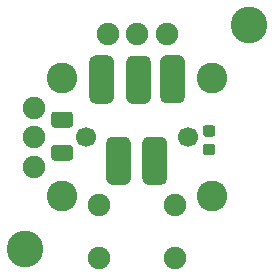
<source format=gts>
G04 #@! TF.GenerationSoftware,KiCad,Pcbnew,(5.1.6)-1*
G04 #@! TF.CreationDate,2020-06-09T11:49:25-04:00*
G04 #@! TF.ProjectId,ANALOG_STICK_BREAKOUT,414e414c-4f47-45f5-9354-49434b5f4252,rev?*
G04 #@! TF.SameCoordinates,Original*
G04 #@! TF.FileFunction,Soldermask,Top*
G04 #@! TF.FilePolarity,Negative*
%FSLAX46Y46*%
G04 Gerber Fmt 4.6, Leading zero omitted, Abs format (unit mm)*
G04 Created by KiCad (PCBNEW (5.1.6)-1) date 2020-06-09 11:49:25*
%MOMM*%
%LPD*%
G01*
G04 APERTURE LIST*
%ADD10C,1.700000*%
%ADD11C,2.600000*%
%ADD12C,1.900000*%
%ADD13C,3.100000*%
G04 APERTURE END LIST*
G04 #@! TO.C,J6*
G36*
G01*
X105950000Y-81648200D02*
X105950000Y-78598200D01*
G75*
G02*
X106475000Y-78073200I525000J0D01*
G01*
X107525000Y-78073200D01*
G75*
G02*
X108050000Y-78598200I0J-525000D01*
G01*
X108050000Y-81648200D01*
G75*
G02*
X107525000Y-82173200I-525000J0D01*
G01*
X106475000Y-82173200D01*
G75*
G02*
X105950000Y-81648200I0J525000D01*
G01*
G37*
G04 #@! TD*
G04 #@! TO.C,J5*
G36*
G01*
X112548600Y-85475000D02*
X112548600Y-88525000D01*
G75*
G02*
X112023600Y-89050000I-525000J0D01*
G01*
X110973600Y-89050000D01*
G75*
G02*
X110448600Y-88525000I0J525000D01*
G01*
X110448600Y-85475000D01*
G75*
G02*
X110973600Y-84950000I525000J0D01*
G01*
X112023600Y-84950000D01*
G75*
G02*
X112548600Y-85475000I0J-525000D01*
G01*
G37*
G04 #@! TD*
G04 #@! TO.C,J4*
G36*
G01*
X109475200Y-85475000D02*
X109475200Y-88525000D01*
G75*
G02*
X108950200Y-89050000I-525000J0D01*
G01*
X107900200Y-89050000D01*
G75*
G02*
X107375200Y-88525000I0J525000D01*
G01*
X107375200Y-85475000D01*
G75*
G02*
X107900200Y-84950000I525000J0D01*
G01*
X108950200Y-84950000D01*
G75*
G02*
X109475200Y-85475000I0J-525000D01*
G01*
G37*
G04 #@! TD*
G04 #@! TO.C,J3*
G36*
G01*
X109077000Y-81673600D02*
X109077000Y-78623600D01*
G75*
G02*
X109602000Y-78098600I525000J0D01*
G01*
X110652000Y-78098600D01*
G75*
G02*
X111177000Y-78623600I0J-525000D01*
G01*
X111177000Y-81673600D01*
G75*
G02*
X110652000Y-82198600I-525000J0D01*
G01*
X109602000Y-82198600D01*
G75*
G02*
X109077000Y-81673600I0J525000D01*
G01*
G37*
G04 #@! TD*
G04 #@! TO.C,J2*
G36*
G01*
X111950000Y-81622800D02*
X111950000Y-78572800D01*
G75*
G02*
X112475000Y-78047800I525000J0D01*
G01*
X113525000Y-78047800D01*
G75*
G02*
X114050000Y-78572800I0J-525000D01*
G01*
X114050000Y-81622800D01*
G75*
G02*
X113525000Y-82147800I-525000J0D01*
G01*
X112475000Y-82147800D01*
G75*
G02*
X111950000Y-81622800I0J525000D01*
G01*
G37*
G04 #@! TD*
D10*
G04 #@! TO.C,JOY1*
X105700000Y-85000000D03*
X114300000Y-85000000D03*
D11*
X116325000Y-90000000D03*
X103675000Y-80000000D03*
X116325000Y-80000000D03*
X103675000Y-90000000D03*
D12*
X106750000Y-95250000D03*
X113250000Y-95250000D03*
X113250000Y-90750000D03*
X106750000Y-90750000D03*
X110000000Y-76270000D03*
X107500000Y-76270000D03*
X112500000Y-76270000D03*
X101270000Y-82500000D03*
X101270000Y-85000000D03*
X101270000Y-87500000D03*
G04 #@! TD*
G04 #@! TO.C,R1*
G36*
G01*
X115814750Y-85554000D02*
X116377250Y-85554000D01*
G75*
G02*
X116621000Y-85797750I0J-243750D01*
G01*
X116621000Y-86285250D01*
G75*
G02*
X116377250Y-86529000I-243750J0D01*
G01*
X115814750Y-86529000D01*
G75*
G02*
X115571000Y-86285250I0J243750D01*
G01*
X115571000Y-85797750D01*
G75*
G02*
X115814750Y-85554000I243750J0D01*
G01*
G37*
G36*
G01*
X115814750Y-83979000D02*
X116377250Y-83979000D01*
G75*
G02*
X116621000Y-84222750I0J-243750D01*
G01*
X116621000Y-84710250D01*
G75*
G02*
X116377250Y-84954000I-243750J0D01*
G01*
X115814750Y-84954000D01*
G75*
G02*
X115571000Y-84710250I0J243750D01*
G01*
X115571000Y-84222750D01*
G75*
G02*
X115814750Y-83979000I243750J0D01*
G01*
G37*
G04 #@! TD*
D13*
G04 #@! TO.C,H2*
X119500000Y-75500000D03*
G04 #@! TD*
G04 #@! TO.C,H1*
X100500000Y-94500000D03*
G04 #@! TD*
G04 #@! TO.C,C1*
G36*
G01*
X102995000Y-85648800D02*
X104305000Y-85648800D01*
G75*
G02*
X104575000Y-85918800I0J-270000D01*
G01*
X104575000Y-86728800D01*
G75*
G02*
X104305000Y-86998800I-270000J0D01*
G01*
X102995000Y-86998800D01*
G75*
G02*
X102725000Y-86728800I0J270000D01*
G01*
X102725000Y-85918800D01*
G75*
G02*
X102995000Y-85648800I270000J0D01*
G01*
G37*
G36*
G01*
X102995000Y-82848800D02*
X104305000Y-82848800D01*
G75*
G02*
X104575000Y-83118800I0J-270000D01*
G01*
X104575000Y-83928800D01*
G75*
G02*
X104305000Y-84198800I-270000J0D01*
G01*
X102995000Y-84198800D01*
G75*
G02*
X102725000Y-83928800I0J270000D01*
G01*
X102725000Y-83118800D01*
G75*
G02*
X102995000Y-82848800I270000J0D01*
G01*
G37*
G04 #@! TD*
M02*

</source>
